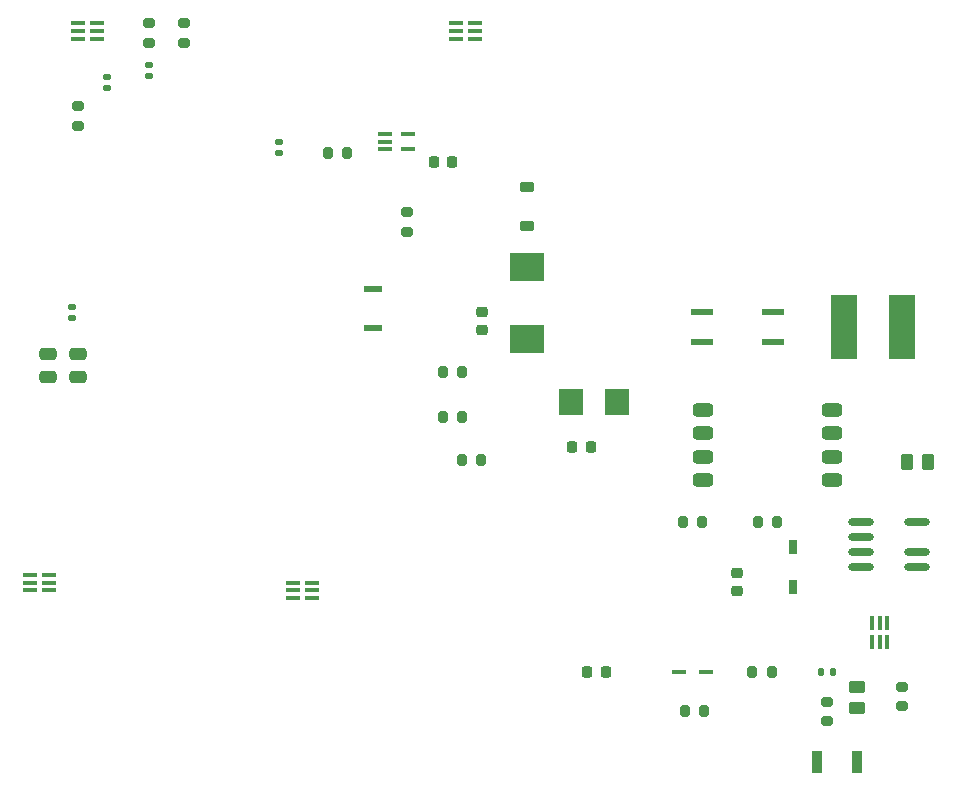
<source format=gtp>
G04 #@! TF.GenerationSoftware,KiCad,Pcbnew,(7.0.0)*
G04 #@! TF.CreationDate,2023-03-08T04:37:20-06:00*
G04 #@! TF.ProjectId,445,3434352e-6b69-4636-9164-5f7063625858,rev?*
G04 #@! TF.SameCoordinates,Original*
G04 #@! TF.FileFunction,Paste,Top*
G04 #@! TF.FilePolarity,Positive*
%FSLAX46Y46*%
G04 Gerber Fmt 4.6, Leading zero omitted, Abs format (unit mm)*
G04 Created by KiCad (PCBNEW (7.0.0)) date 2023-03-08 04:37:20*
%MOMM*%
%LPD*%
G01*
G04 APERTURE LIST*
G04 Aperture macros list*
%AMRoundRect*
0 Rectangle with rounded corners*
0 $1 Rounding radius*
0 $2 $3 $4 $5 $6 $7 $8 $9 X,Y pos of 4 corners*
0 Add a 4 corners polygon primitive as box body*
4,1,4,$2,$3,$4,$5,$6,$7,$8,$9,$2,$3,0*
0 Add four circle primitives for the rounded corners*
1,1,$1+$1,$2,$3*
1,1,$1+$1,$4,$5*
1,1,$1+$1,$6,$7*
1,1,$1+$1,$8,$9*
0 Add four rect primitives between the rounded corners*
20,1,$1+$1,$2,$3,$4,$5,0*
20,1,$1+$1,$4,$5,$6,$7,0*
20,1,$1+$1,$6,$7,$8,$9,0*
20,1,$1+$1,$8,$9,$2,$3,0*%
G04 Aperture macros list end*
%ADD10R,2.895600X2.400300*%
%ADD11R,1.200000X0.400000*%
%ADD12R,1.850000X0.500000*%
%ADD13RoundRect,0.225000X0.225000X0.250000X-0.225000X0.250000X-0.225000X-0.250000X0.225000X-0.250000X0*%
%ADD14RoundRect,0.200000X-0.200000X-0.275000X0.200000X-0.275000X0.200000X0.275000X-0.200000X0.275000X0*%
%ADD15RoundRect,0.280000X-0.570000X-0.280000X0.570000X-0.280000X0.570000X0.280000X-0.570000X0.280000X0*%
%ADD16R,1.300000X0.400000*%
%ADD17RoundRect,0.225000X0.375000X-0.225000X0.375000X0.225000X-0.375000X0.225000X-0.375000X-0.225000X0*%
%ADD18O,2.200001X0.599999*%
%ADD19RoundRect,0.200000X0.275000X-0.200000X0.275000X0.200000X-0.275000X0.200000X-0.275000X-0.200000X0*%
%ADD20RoundRect,0.250000X0.475000X-0.250000X0.475000X0.250000X-0.475000X0.250000X-0.475000X-0.250000X0*%
%ADD21RoundRect,0.250000X0.262500X0.450000X-0.262500X0.450000X-0.262500X-0.450000X0.262500X-0.450000X0*%
%ADD22RoundRect,0.200000X-0.275000X0.200000X-0.275000X-0.200000X0.275000X-0.200000X0.275000X0.200000X0*%
%ADD23RoundRect,0.250000X-0.450000X0.262500X-0.450000X-0.262500X0.450000X-0.262500X0.450000X0.262500X0*%
%ADD24R,0.914400X1.905000*%
%ADD25RoundRect,0.225000X-0.250000X0.225000X-0.250000X-0.225000X0.250000X-0.225000X0.250000X0.225000X0*%
%ADD26R,1.168400X0.457200*%
%ADD27RoundRect,0.200000X0.200000X0.275000X-0.200000X0.275000X-0.200000X-0.275000X0.200000X-0.275000X0*%
%ADD28RoundRect,0.225000X0.250000X-0.225000X0.250000X0.225000X-0.250000X0.225000X-0.250000X-0.225000X0*%
%ADD29RoundRect,0.140000X0.170000X-0.140000X0.170000X0.140000X-0.170000X0.140000X-0.170000X-0.140000X0*%
%ADD30RoundRect,0.225000X-0.225000X-0.250000X0.225000X-0.250000X0.225000X0.250000X-0.225000X0.250000X0*%
%ADD31R,2.260600X5.511800*%
%ADD32RoundRect,0.135000X-0.135000X-0.185000X0.135000X-0.185000X0.135000X0.185000X-0.135000X0.185000X0*%
%ADD33R,0.400000X1.300000*%
%ADD34RoundRect,0.140000X-0.170000X0.140000X-0.170000X-0.140000X0.170000X-0.140000X0.170000X0.140000X0*%
%ADD35R,1.500000X0.550000*%
%ADD36R,2.057400X2.260600*%
%ADD37R,0.762000X1.219200*%
G04 APERTURE END LIST*
D10*
X179069999Y-60718699D03*
X179069999Y-54609999D03*
D11*
X167049999Y-43349999D03*
X167049999Y-43999999D03*
X167049999Y-44649999D03*
X168949999Y-44649999D03*
X168949999Y-43349999D03*
D12*
X199874999Y-60939999D03*
X199874999Y-58439999D03*
X193824999Y-58439999D03*
X193824999Y-60939999D03*
D13*
X185700000Y-88900000D03*
X184150000Y-88900000D03*
D14*
X173500000Y-71000000D03*
X175150000Y-71000000D03*
D15*
X204850000Y-66695000D03*
X204850000Y-68695000D03*
X204850000Y-70695000D03*
X204850000Y-72695000D03*
X193930000Y-72695000D03*
X193930000Y-70695000D03*
X193930000Y-68695000D03*
X193930000Y-66695000D03*
D16*
X174599999Y-35299999D03*
X174599999Y-34649999D03*
X174599999Y-33999999D03*
X172999999Y-33999999D03*
X172999999Y-34649999D03*
X172999999Y-35299999D03*
D17*
X179000000Y-51150000D03*
X179000000Y-47850000D03*
D18*
X207289999Y-76199999D03*
X207289999Y-77469999D03*
X207289999Y-78739999D03*
X207289999Y-80009999D03*
X212089999Y-80009999D03*
X212089999Y-78739999D03*
X212089999Y-76199999D03*
D19*
X141000000Y-42650000D03*
X141000000Y-41000000D03*
X210820000Y-90170000D03*
X210820000Y-91820000D03*
D20*
X141000000Y-63900000D03*
X141000000Y-62000000D03*
D21*
X213002500Y-71120000D03*
X211177500Y-71120000D03*
D22*
X147000000Y-34000000D03*
X147000000Y-35650000D03*
X204470000Y-91440000D03*
X204470000Y-93090000D03*
D23*
X207010000Y-91995000D03*
X207010000Y-90170000D03*
D24*
X207009999Y-96519999D03*
X203606399Y-96519999D03*
D25*
X196850000Y-80505000D03*
X196850000Y-82055000D03*
D26*
X194157599Y-88899999D03*
X191922399Y-88899999D03*
D16*
X140999999Y-33999999D03*
X140999999Y-34649999D03*
X140999999Y-35299999D03*
X142599999Y-35299999D03*
X142599999Y-34649999D03*
X142599999Y-33999999D03*
D27*
X194056000Y-92202000D03*
X192406000Y-92202000D03*
X173545000Y-63500000D03*
X171895000Y-63500000D03*
D14*
X192215000Y-76200000D03*
X193865000Y-76200000D03*
D19*
X150000000Y-35650000D03*
X150000000Y-34000000D03*
D27*
X199770000Y-88900000D03*
X198120000Y-88900000D03*
D28*
X175260000Y-59970000D03*
X175260000Y-58420000D03*
D29*
X140500000Y-58980000D03*
X140500000Y-58020000D03*
D30*
X171170000Y-45720000D03*
X172720000Y-45720000D03*
D14*
X162175000Y-45000000D03*
X163825000Y-45000000D03*
D29*
X143500000Y-39460000D03*
X143500000Y-38500000D03*
D16*
X160799999Y-82649999D03*
X160799999Y-81999999D03*
X160799999Y-81349999D03*
X159199999Y-81349999D03*
X159199999Y-81999999D03*
X159199999Y-82649999D03*
D14*
X171895000Y-67310000D03*
X173545000Y-67310000D03*
D31*
X210819999Y-59689999D03*
X205866999Y-59689999D03*
D32*
X204980000Y-88900000D03*
X203960000Y-88900000D03*
D33*
X209549999Y-86359999D03*
X208899999Y-86359999D03*
X208249999Y-86359999D03*
X208249999Y-84759999D03*
X208899999Y-84759999D03*
X209549999Y-84759999D03*
D29*
X158000000Y-44960000D03*
X158000000Y-44000000D03*
D19*
X168910000Y-51625000D03*
X168910000Y-49975000D03*
D20*
X138500000Y-63900000D03*
X138500000Y-62000000D03*
D34*
X147000000Y-37520000D03*
X147000000Y-38480000D03*
D14*
X198565000Y-76200000D03*
X200215000Y-76200000D03*
D35*
X165999999Y-59749999D03*
X165999999Y-56499999D03*
D36*
X182752999Y-66039999D03*
X186689999Y-66039999D03*
D30*
X182880000Y-69850000D03*
X184430000Y-69850000D03*
D16*
X138599999Y-81999999D03*
X138599999Y-81349999D03*
X138599999Y-80699999D03*
X136999999Y-80699999D03*
X136999999Y-81349999D03*
X136999999Y-81999999D03*
D37*
X201523599Y-78333599D03*
X201523599Y-81686399D03*
M02*

</source>
